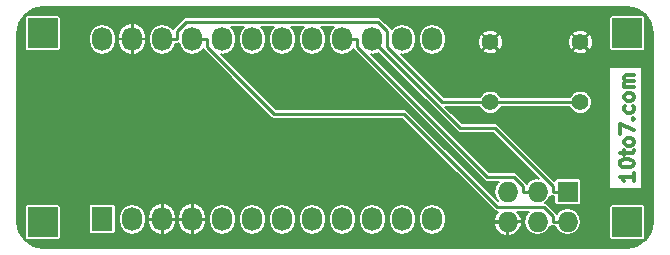
<source format=gtl>
%FSLAX34Y34*%
G04 Gerber Fmt 3.4, Leading zero omitted, Abs format*
G04 (created by PCBNEW (2014-03-19 BZR 4756)-product) date Wed 28 May 2014 22:47:49 BST*
%MOIN*%
G01*
G70*
G90*
G04 APERTURE LIST*
%ADD10C,0.005906*%
%ADD11C,0.011811*%
%ADD12C,0.055000*%
%ADD13O,0.068000X0.080000*%
%ADD14R,0.068000X0.080000*%
%ADD15R,0.068000X0.068000*%
%ADD16O,0.068000X0.068000*%
%ADD17R,0.098425X0.098425*%
%ADD18C,0.035000*%
%ADD19C,0.010000*%
%ADD20C,0.007087*%
G04 APERTURE END LIST*
G54D10*
G54D11*
X70686Y-45798D02*
X70686Y-46068D01*
X70686Y-45933D02*
X70213Y-45933D01*
X70281Y-45978D01*
X70326Y-46023D01*
X70348Y-46068D01*
X70213Y-45506D02*
X70213Y-45461D01*
X70236Y-45416D01*
X70258Y-45393D01*
X70303Y-45371D01*
X70393Y-45348D01*
X70506Y-45348D01*
X70596Y-45371D01*
X70641Y-45393D01*
X70663Y-45416D01*
X70686Y-45461D01*
X70686Y-45506D01*
X70663Y-45551D01*
X70641Y-45573D01*
X70596Y-45596D01*
X70506Y-45618D01*
X70393Y-45618D01*
X70303Y-45596D01*
X70258Y-45573D01*
X70236Y-45551D01*
X70213Y-45506D01*
X70371Y-45213D02*
X70371Y-45033D01*
X70213Y-45146D02*
X70618Y-45146D01*
X70663Y-45123D01*
X70686Y-45078D01*
X70686Y-45033D01*
X70686Y-44808D02*
X70663Y-44853D01*
X70641Y-44876D01*
X70596Y-44898D01*
X70461Y-44898D01*
X70416Y-44876D01*
X70393Y-44853D01*
X70371Y-44808D01*
X70371Y-44741D01*
X70393Y-44696D01*
X70416Y-44673D01*
X70461Y-44651D01*
X70596Y-44651D01*
X70641Y-44673D01*
X70663Y-44696D01*
X70686Y-44741D01*
X70686Y-44808D01*
X70213Y-44493D02*
X70213Y-44178D01*
X70686Y-44381D01*
X70641Y-43998D02*
X70663Y-43976D01*
X70686Y-43998D01*
X70663Y-44021D01*
X70641Y-43998D01*
X70686Y-43998D01*
X70663Y-43571D02*
X70686Y-43616D01*
X70686Y-43706D01*
X70663Y-43751D01*
X70641Y-43773D01*
X70596Y-43796D01*
X70461Y-43796D01*
X70416Y-43773D01*
X70393Y-43751D01*
X70371Y-43706D01*
X70371Y-43616D01*
X70393Y-43571D01*
X70686Y-43301D02*
X70663Y-43346D01*
X70641Y-43368D01*
X70596Y-43391D01*
X70461Y-43391D01*
X70416Y-43368D01*
X70393Y-43346D01*
X70371Y-43301D01*
X70371Y-43233D01*
X70393Y-43188D01*
X70416Y-43166D01*
X70461Y-43143D01*
X70596Y-43143D01*
X70641Y-43166D01*
X70663Y-43188D01*
X70686Y-43233D01*
X70686Y-43301D01*
X70686Y-42941D02*
X70371Y-42941D01*
X70416Y-42941D02*
X70393Y-42919D01*
X70371Y-42874D01*
X70371Y-42806D01*
X70393Y-42761D01*
X70438Y-42739D01*
X70686Y-42739D01*
X70438Y-42739D02*
X70393Y-42716D01*
X70371Y-42671D01*
X70371Y-42604D01*
X70393Y-42559D01*
X70438Y-42536D01*
X70686Y-42536D01*
G54D12*
X65901Y-43440D03*
X65901Y-41440D03*
X68901Y-43440D03*
X68901Y-41440D03*
G54D13*
X63964Y-47344D03*
X62964Y-47344D03*
X61964Y-47344D03*
X60964Y-47344D03*
X59964Y-47344D03*
X58964Y-47344D03*
X57964Y-47344D03*
X56964Y-47344D03*
X55964Y-47344D03*
X54964Y-47344D03*
X53964Y-47344D03*
G54D14*
X52964Y-47344D03*
G54D13*
X52964Y-41340D03*
X53964Y-41340D03*
X54964Y-41340D03*
X55964Y-41340D03*
X56964Y-41340D03*
X57964Y-41340D03*
X58964Y-41340D03*
X59964Y-41340D03*
X60964Y-41340D03*
X61964Y-41340D03*
X62964Y-41340D03*
X63964Y-41340D03*
G54D15*
X68480Y-46429D03*
G54D16*
X68480Y-47429D03*
X67480Y-46429D03*
X67480Y-47429D03*
X66480Y-46429D03*
X66480Y-47429D03*
G54D17*
X50984Y-41141D03*
X50984Y-47440D03*
X70472Y-41141D03*
X70472Y-47440D03*
G54D18*
X65157Y-44685D03*
X59251Y-42519D03*
G54D19*
X54964Y-41340D02*
X55455Y-41340D01*
X68901Y-43440D02*
X65901Y-43440D01*
X55455Y-41077D02*
X55455Y-41340D01*
X55755Y-40776D02*
X55455Y-41077D01*
X62163Y-40776D02*
X55755Y-40776D01*
X62464Y-41077D02*
X62163Y-40776D01*
X62464Y-41599D02*
X62464Y-41077D01*
X64306Y-43440D02*
X62464Y-41599D01*
X65901Y-43440D02*
X64306Y-43440D01*
X66480Y-47429D02*
X65990Y-47429D01*
X54964Y-47344D02*
X55964Y-47344D01*
X65520Y-47898D02*
X65990Y-47429D01*
X56764Y-47898D02*
X65520Y-47898D01*
X56455Y-47589D02*
X56764Y-47898D01*
X56455Y-47344D02*
X56455Y-47589D01*
X55964Y-47344D02*
X56455Y-47344D01*
X56455Y-41603D02*
X56455Y-41340D01*
X58684Y-43832D02*
X56455Y-41603D01*
X63028Y-43832D02*
X58684Y-43832D01*
X66135Y-46939D02*
X63028Y-43832D01*
X67683Y-46939D02*
X66135Y-46939D01*
X67990Y-47245D02*
X67683Y-46939D01*
X67990Y-47429D02*
X67990Y-47245D01*
X68480Y-47429D02*
X67990Y-47429D01*
X55964Y-41340D02*
X56455Y-41340D01*
X61455Y-41603D02*
X61455Y-41340D01*
X65790Y-45939D02*
X61455Y-41603D01*
X66683Y-45939D02*
X65790Y-45939D01*
X66990Y-46245D02*
X66683Y-45939D01*
X66990Y-46429D02*
X66990Y-46245D01*
X67480Y-46429D02*
X66990Y-46429D01*
X60964Y-41340D02*
X61455Y-41340D01*
X61964Y-41385D02*
X61964Y-41340D01*
X64888Y-44309D02*
X61964Y-41385D01*
X66053Y-44309D02*
X64888Y-44309D01*
X67990Y-46245D02*
X66053Y-44309D01*
X67990Y-46429D02*
X67990Y-46245D01*
X68480Y-46429D02*
X67990Y-46429D01*
G54D10*
G36*
X66183Y-46095D02*
X66155Y-46113D01*
X66059Y-46258D01*
X66025Y-46429D01*
X66059Y-46599D01*
X66143Y-46726D01*
X63139Y-43721D01*
X63088Y-43687D01*
X63028Y-43675D01*
X58748Y-43675D01*
X56920Y-41847D01*
X56964Y-41856D01*
X57135Y-41822D01*
X57280Y-41725D01*
X57377Y-41580D01*
X57411Y-41410D01*
X57411Y-41270D01*
X57377Y-41099D01*
X57280Y-40954D01*
X57247Y-40932D01*
X57682Y-40932D01*
X57649Y-40954D01*
X57552Y-41099D01*
X57518Y-41270D01*
X57518Y-41410D01*
X57552Y-41580D01*
X57649Y-41725D01*
X57794Y-41822D01*
X57964Y-41856D01*
X58135Y-41822D01*
X58280Y-41725D01*
X58377Y-41580D01*
X58411Y-41410D01*
X58411Y-41270D01*
X58377Y-41099D01*
X58280Y-40954D01*
X58247Y-40932D01*
X58682Y-40932D01*
X58649Y-40954D01*
X58552Y-41099D01*
X58518Y-41270D01*
X58518Y-41410D01*
X58552Y-41580D01*
X58649Y-41725D01*
X58794Y-41822D01*
X58964Y-41856D01*
X59135Y-41822D01*
X59280Y-41725D01*
X59377Y-41580D01*
X59411Y-41410D01*
X59411Y-41270D01*
X59377Y-41099D01*
X59280Y-40954D01*
X59247Y-40932D01*
X59682Y-40932D01*
X59649Y-40954D01*
X59552Y-41099D01*
X59518Y-41270D01*
X59518Y-41410D01*
X59552Y-41580D01*
X59649Y-41725D01*
X59794Y-41822D01*
X59964Y-41856D01*
X60135Y-41822D01*
X60280Y-41725D01*
X60377Y-41580D01*
X60411Y-41410D01*
X60411Y-41270D01*
X60377Y-41099D01*
X60280Y-40954D01*
X60247Y-40932D01*
X60682Y-40932D01*
X60649Y-40954D01*
X60552Y-41099D01*
X60518Y-41270D01*
X60518Y-41410D01*
X60552Y-41580D01*
X60649Y-41725D01*
X60794Y-41822D01*
X60964Y-41856D01*
X61135Y-41822D01*
X61280Y-41725D01*
X61316Y-41671D01*
X61344Y-41713D01*
X65680Y-46049D01*
X65731Y-46083D01*
X65790Y-46095D01*
X66183Y-46095D01*
X66183Y-46095D01*
G37*
G54D20*
X66183Y-46095D02*
X66155Y-46113D01*
X66059Y-46258D01*
X66025Y-46429D01*
X66059Y-46599D01*
X66143Y-46726D01*
X63139Y-43721D01*
X63088Y-43687D01*
X63028Y-43675D01*
X58748Y-43675D01*
X56920Y-41847D01*
X56964Y-41856D01*
X57135Y-41822D01*
X57280Y-41725D01*
X57377Y-41580D01*
X57411Y-41410D01*
X57411Y-41270D01*
X57377Y-41099D01*
X57280Y-40954D01*
X57247Y-40932D01*
X57682Y-40932D01*
X57649Y-40954D01*
X57552Y-41099D01*
X57518Y-41270D01*
X57518Y-41410D01*
X57552Y-41580D01*
X57649Y-41725D01*
X57794Y-41822D01*
X57964Y-41856D01*
X58135Y-41822D01*
X58280Y-41725D01*
X58377Y-41580D01*
X58411Y-41410D01*
X58411Y-41270D01*
X58377Y-41099D01*
X58280Y-40954D01*
X58247Y-40932D01*
X58682Y-40932D01*
X58649Y-40954D01*
X58552Y-41099D01*
X58518Y-41270D01*
X58518Y-41410D01*
X58552Y-41580D01*
X58649Y-41725D01*
X58794Y-41822D01*
X58964Y-41856D01*
X59135Y-41822D01*
X59280Y-41725D01*
X59377Y-41580D01*
X59411Y-41410D01*
X59411Y-41270D01*
X59377Y-41099D01*
X59280Y-40954D01*
X59247Y-40932D01*
X59682Y-40932D01*
X59649Y-40954D01*
X59552Y-41099D01*
X59518Y-41270D01*
X59518Y-41410D01*
X59552Y-41580D01*
X59649Y-41725D01*
X59794Y-41822D01*
X59964Y-41856D01*
X60135Y-41822D01*
X60280Y-41725D01*
X60377Y-41580D01*
X60411Y-41410D01*
X60411Y-41270D01*
X60377Y-41099D01*
X60280Y-40954D01*
X60247Y-40932D01*
X60682Y-40932D01*
X60649Y-40954D01*
X60552Y-41099D01*
X60518Y-41270D01*
X60518Y-41410D01*
X60552Y-41580D01*
X60649Y-41725D01*
X60794Y-41822D01*
X60964Y-41856D01*
X61135Y-41822D01*
X61280Y-41725D01*
X61316Y-41671D01*
X61344Y-41713D01*
X65680Y-46049D01*
X65731Y-46083D01*
X65790Y-46095D01*
X66183Y-46095D01*
G54D10*
G36*
X67511Y-45987D02*
X67489Y-45982D01*
X67471Y-45982D01*
X67300Y-46016D01*
X67155Y-46113D01*
X67121Y-46165D01*
X67100Y-46134D01*
X66794Y-45828D01*
X66743Y-45794D01*
X66683Y-45782D01*
X65855Y-45782D01*
X61920Y-41847D01*
X61964Y-41856D01*
X62135Y-41822D01*
X62162Y-41804D01*
X64777Y-44419D01*
X64777Y-44419D01*
X64828Y-44453D01*
X64828Y-44453D01*
X64838Y-44455D01*
X64888Y-44465D01*
X65989Y-44465D01*
X67511Y-45987D01*
X67511Y-45987D01*
G37*
G54D20*
X67511Y-45987D02*
X67489Y-45982D01*
X67471Y-45982D01*
X67300Y-46016D01*
X67155Y-46113D01*
X67121Y-46165D01*
X67100Y-46134D01*
X66794Y-45828D01*
X66743Y-45794D01*
X66683Y-45782D01*
X65855Y-45782D01*
X61920Y-41847D01*
X61964Y-41856D01*
X62135Y-41822D01*
X62162Y-41804D01*
X64777Y-44419D01*
X64777Y-44419D01*
X64828Y-44453D01*
X64828Y-44453D01*
X64838Y-44455D01*
X64888Y-44465D01*
X65989Y-44465D01*
X67511Y-45987D01*
G54D10*
G36*
X71330Y-47428D02*
X71263Y-47768D01*
X71077Y-48046D01*
X71070Y-48050D01*
X71070Y-47954D01*
X71070Y-47911D01*
X71070Y-46927D01*
X71070Y-41655D01*
X71070Y-41612D01*
X71070Y-40628D01*
X71054Y-40589D01*
X71024Y-40559D01*
X70985Y-40543D01*
X70943Y-40543D01*
X69959Y-40543D01*
X69920Y-40559D01*
X69890Y-40589D01*
X69874Y-40628D01*
X69874Y-40670D01*
X69874Y-41655D01*
X69890Y-41694D01*
X69920Y-41723D01*
X69959Y-41740D01*
X70001Y-41740D01*
X70985Y-41740D01*
X71024Y-41723D01*
X71054Y-41694D01*
X71070Y-41655D01*
X71070Y-46927D01*
X71054Y-46888D01*
X71024Y-46858D01*
X70985Y-46842D01*
X70968Y-46842D01*
X70968Y-46323D01*
X70968Y-42258D01*
X69858Y-42258D01*
X69858Y-46323D01*
X70968Y-46323D01*
X70968Y-46842D01*
X70943Y-46842D01*
X69959Y-46842D01*
X69920Y-46858D01*
X69890Y-46888D01*
X69874Y-46927D01*
X69874Y-46969D01*
X69874Y-47954D01*
X69890Y-47993D01*
X69920Y-48023D01*
X69959Y-48039D01*
X70001Y-48039D01*
X70985Y-48039D01*
X71024Y-48023D01*
X71054Y-47993D01*
X71070Y-47954D01*
X71070Y-48050D01*
X70799Y-48231D01*
X70460Y-48299D01*
X69310Y-48299D01*
X69310Y-41362D01*
X69249Y-41211D01*
X69246Y-41207D01*
X69182Y-41179D01*
X69162Y-41199D01*
X69162Y-41160D01*
X69135Y-41095D01*
X68985Y-41032D01*
X68822Y-41031D01*
X68672Y-41092D01*
X68667Y-41095D01*
X68640Y-41160D01*
X68901Y-41421D01*
X69162Y-41160D01*
X69162Y-41199D01*
X68921Y-41440D01*
X69182Y-41702D01*
X69246Y-41674D01*
X69309Y-41524D01*
X69310Y-41362D01*
X69310Y-48299D01*
X69282Y-48299D01*
X69282Y-43365D01*
X69225Y-43225D01*
X69162Y-43162D01*
X69162Y-41721D01*
X68901Y-41460D01*
X68882Y-41479D01*
X68882Y-41440D01*
X68620Y-41179D01*
X68556Y-41207D01*
X68493Y-41357D01*
X68492Y-41519D01*
X68553Y-41670D01*
X68556Y-41674D01*
X68620Y-41702D01*
X68882Y-41440D01*
X68882Y-41479D01*
X68640Y-41721D01*
X68667Y-41786D01*
X68817Y-41849D01*
X68980Y-41850D01*
X69131Y-41788D01*
X69135Y-41786D01*
X69162Y-41721D01*
X69162Y-43162D01*
X69117Y-43117D01*
X68977Y-43059D01*
X68826Y-43059D01*
X68685Y-43117D01*
X68578Y-43224D01*
X68553Y-43284D01*
X66310Y-43284D01*
X66310Y-41362D01*
X66249Y-41211D01*
X66246Y-41207D01*
X66182Y-41179D01*
X66162Y-41199D01*
X66162Y-41160D01*
X66135Y-41095D01*
X65985Y-41032D01*
X65822Y-41031D01*
X65672Y-41092D01*
X65667Y-41095D01*
X65640Y-41160D01*
X65901Y-41421D01*
X66162Y-41160D01*
X66162Y-41199D01*
X65921Y-41440D01*
X66182Y-41702D01*
X66246Y-41674D01*
X66309Y-41524D01*
X66310Y-41362D01*
X66310Y-43284D01*
X66249Y-43284D01*
X66225Y-43225D01*
X66162Y-43162D01*
X66162Y-41721D01*
X65901Y-41460D01*
X65882Y-41479D01*
X65882Y-41440D01*
X65620Y-41179D01*
X65556Y-41207D01*
X65493Y-41357D01*
X65492Y-41519D01*
X65553Y-41670D01*
X65556Y-41674D01*
X65620Y-41702D01*
X65882Y-41440D01*
X65882Y-41479D01*
X65640Y-41721D01*
X65667Y-41786D01*
X65817Y-41849D01*
X65980Y-41850D01*
X66131Y-41788D01*
X66135Y-41786D01*
X66162Y-41721D01*
X66162Y-43162D01*
X66117Y-43117D01*
X65977Y-43059D01*
X65826Y-43059D01*
X65685Y-43117D01*
X65578Y-43224D01*
X65553Y-43284D01*
X64411Y-43284D01*
X64411Y-41410D01*
X64411Y-41270D01*
X64377Y-41099D01*
X64280Y-40954D01*
X64135Y-40857D01*
X63964Y-40823D01*
X63794Y-40857D01*
X63649Y-40954D01*
X63552Y-41099D01*
X63518Y-41270D01*
X63518Y-41410D01*
X63552Y-41580D01*
X63649Y-41725D01*
X63794Y-41822D01*
X63964Y-41856D01*
X64135Y-41822D01*
X64280Y-41725D01*
X64377Y-41580D01*
X64411Y-41410D01*
X64411Y-43284D01*
X64371Y-43284D01*
X62937Y-41851D01*
X62964Y-41856D01*
X63135Y-41822D01*
X63280Y-41725D01*
X63377Y-41580D01*
X63411Y-41410D01*
X63411Y-41270D01*
X63377Y-41099D01*
X63280Y-40954D01*
X63135Y-40857D01*
X62964Y-40823D01*
X62794Y-40857D01*
X62649Y-40954D01*
X62608Y-41016D01*
X62575Y-40967D01*
X62274Y-40665D01*
X62223Y-40631D01*
X62163Y-40619D01*
X55755Y-40619D01*
X55696Y-40631D01*
X55645Y-40665D01*
X55344Y-40966D01*
X55316Y-41008D01*
X55280Y-40954D01*
X55135Y-40857D01*
X54964Y-40823D01*
X54794Y-40857D01*
X54649Y-40954D01*
X54552Y-41099D01*
X54518Y-41270D01*
X54518Y-41410D01*
X54552Y-41580D01*
X54649Y-41725D01*
X54794Y-41822D01*
X54964Y-41856D01*
X55135Y-41822D01*
X55280Y-41725D01*
X55377Y-41580D01*
X55394Y-41496D01*
X55455Y-41496D01*
X55514Y-41484D01*
X55531Y-41473D01*
X55552Y-41580D01*
X55649Y-41725D01*
X55794Y-41822D01*
X55964Y-41856D01*
X56135Y-41822D01*
X56280Y-41725D01*
X56316Y-41671D01*
X56344Y-41713D01*
X58573Y-43942D01*
X58573Y-43942D01*
X58624Y-43976D01*
X58624Y-43976D01*
X58634Y-43978D01*
X58684Y-43988D01*
X62963Y-43988D01*
X66024Y-47049D01*
X66075Y-47083D01*
X66135Y-47095D01*
X66156Y-47095D01*
X66089Y-47161D01*
X66016Y-47331D01*
X66014Y-47341D01*
X66040Y-47415D01*
X66466Y-47415D01*
X66466Y-47407D01*
X66494Y-47407D01*
X66494Y-47415D01*
X66920Y-47415D01*
X66945Y-47341D01*
X66944Y-47331D01*
X66871Y-47161D01*
X66803Y-47095D01*
X67183Y-47095D01*
X67155Y-47113D01*
X67059Y-47258D01*
X67025Y-47429D01*
X67059Y-47599D01*
X67155Y-47744D01*
X67300Y-47841D01*
X67471Y-47875D01*
X67489Y-47875D01*
X67659Y-47841D01*
X67804Y-47744D01*
X67901Y-47599D01*
X67909Y-47559D01*
X67930Y-47573D01*
X67990Y-47585D01*
X68056Y-47585D01*
X68059Y-47599D01*
X68155Y-47744D01*
X68300Y-47841D01*
X68471Y-47875D01*
X68489Y-47875D01*
X68659Y-47841D01*
X68804Y-47744D01*
X68901Y-47599D01*
X68935Y-47429D01*
X68901Y-47258D01*
X68804Y-47113D01*
X68659Y-47016D01*
X68489Y-46982D01*
X68471Y-46982D01*
X68300Y-47016D01*
X68155Y-47113D01*
X68121Y-47165D01*
X68100Y-47134D01*
X67794Y-46828D01*
X67743Y-46794D01*
X67733Y-46792D01*
X67804Y-46744D01*
X67901Y-46599D01*
X67909Y-46559D01*
X67930Y-46573D01*
X67990Y-46585D01*
X68034Y-46585D01*
X68034Y-46790D01*
X68050Y-46829D01*
X68080Y-46859D01*
X68119Y-46875D01*
X68161Y-46875D01*
X68841Y-46875D01*
X68880Y-46859D01*
X68910Y-46829D01*
X68926Y-46790D01*
X68926Y-46747D01*
X68926Y-46067D01*
X68910Y-46028D01*
X68880Y-45999D01*
X68841Y-45982D01*
X68799Y-45982D01*
X68119Y-45982D01*
X68080Y-45999D01*
X68050Y-46028D01*
X68034Y-46067D01*
X68034Y-46068D01*
X66164Y-44198D01*
X66113Y-44164D01*
X66053Y-44152D01*
X64952Y-44152D01*
X64397Y-43597D01*
X65553Y-43597D01*
X65578Y-43656D01*
X65685Y-43764D01*
X65825Y-43822D01*
X65977Y-43822D01*
X66117Y-43764D01*
X66224Y-43657D01*
X66249Y-43597D01*
X68553Y-43597D01*
X68578Y-43656D01*
X68685Y-43764D01*
X68825Y-43822D01*
X68977Y-43822D01*
X69117Y-43764D01*
X69224Y-43657D01*
X69282Y-43517D01*
X69282Y-43365D01*
X69282Y-48299D01*
X66945Y-48299D01*
X66945Y-47516D01*
X66920Y-47442D01*
X66494Y-47442D01*
X66494Y-47869D01*
X66568Y-47894D01*
X66739Y-47825D01*
X66871Y-47696D01*
X66944Y-47526D01*
X66945Y-47516D01*
X66945Y-48299D01*
X66466Y-48299D01*
X66466Y-47869D01*
X66466Y-47442D01*
X66040Y-47442D01*
X66014Y-47516D01*
X66016Y-47526D01*
X66089Y-47696D01*
X66221Y-47825D01*
X66392Y-47894D01*
X66466Y-47869D01*
X66466Y-48299D01*
X64411Y-48299D01*
X64411Y-47414D01*
X64411Y-47274D01*
X64377Y-47103D01*
X64280Y-46958D01*
X64135Y-46861D01*
X63964Y-46827D01*
X63794Y-46861D01*
X63649Y-46958D01*
X63552Y-47103D01*
X63518Y-47274D01*
X63518Y-47414D01*
X63552Y-47584D01*
X63649Y-47729D01*
X63794Y-47826D01*
X63964Y-47860D01*
X64135Y-47826D01*
X64280Y-47729D01*
X64377Y-47584D01*
X64411Y-47414D01*
X64411Y-48299D01*
X63411Y-48299D01*
X63411Y-47414D01*
X63411Y-47274D01*
X63377Y-47103D01*
X63280Y-46958D01*
X63135Y-46861D01*
X62964Y-46827D01*
X62794Y-46861D01*
X62649Y-46958D01*
X62552Y-47103D01*
X62518Y-47274D01*
X62518Y-47414D01*
X62552Y-47584D01*
X62649Y-47729D01*
X62794Y-47826D01*
X62964Y-47860D01*
X63135Y-47826D01*
X63280Y-47729D01*
X63377Y-47584D01*
X63411Y-47414D01*
X63411Y-48299D01*
X62411Y-48299D01*
X62411Y-47414D01*
X62411Y-47274D01*
X62377Y-47103D01*
X62280Y-46958D01*
X62135Y-46861D01*
X61964Y-46827D01*
X61794Y-46861D01*
X61649Y-46958D01*
X61552Y-47103D01*
X61518Y-47274D01*
X61518Y-47414D01*
X61552Y-47584D01*
X61649Y-47729D01*
X61794Y-47826D01*
X61964Y-47860D01*
X62135Y-47826D01*
X62280Y-47729D01*
X62377Y-47584D01*
X62411Y-47414D01*
X62411Y-48299D01*
X61411Y-48299D01*
X61411Y-47414D01*
X61411Y-47274D01*
X61377Y-47103D01*
X61280Y-46958D01*
X61135Y-46861D01*
X60964Y-46827D01*
X60794Y-46861D01*
X60649Y-46958D01*
X60552Y-47103D01*
X60518Y-47274D01*
X60518Y-47414D01*
X60552Y-47584D01*
X60649Y-47729D01*
X60794Y-47826D01*
X60964Y-47860D01*
X61135Y-47826D01*
X61280Y-47729D01*
X61377Y-47584D01*
X61411Y-47414D01*
X61411Y-48299D01*
X60411Y-48299D01*
X60411Y-47414D01*
X60411Y-47274D01*
X60377Y-47103D01*
X60280Y-46958D01*
X60135Y-46861D01*
X59964Y-46827D01*
X59794Y-46861D01*
X59649Y-46958D01*
X59552Y-47103D01*
X59518Y-47274D01*
X59518Y-47414D01*
X59552Y-47584D01*
X59649Y-47729D01*
X59794Y-47826D01*
X59964Y-47860D01*
X60135Y-47826D01*
X60280Y-47729D01*
X60377Y-47584D01*
X60411Y-47414D01*
X60411Y-48299D01*
X59411Y-48299D01*
X59411Y-47414D01*
X59411Y-47274D01*
X59377Y-47103D01*
X59280Y-46958D01*
X59135Y-46861D01*
X58964Y-46827D01*
X58794Y-46861D01*
X58649Y-46958D01*
X58552Y-47103D01*
X58518Y-47274D01*
X58518Y-47414D01*
X58552Y-47584D01*
X58649Y-47729D01*
X58794Y-47826D01*
X58964Y-47860D01*
X59135Y-47826D01*
X59280Y-47729D01*
X59377Y-47584D01*
X59411Y-47414D01*
X59411Y-48299D01*
X58411Y-48299D01*
X58411Y-47414D01*
X58411Y-47274D01*
X58377Y-47103D01*
X58280Y-46958D01*
X58135Y-46861D01*
X57964Y-46827D01*
X57794Y-46861D01*
X57649Y-46958D01*
X57552Y-47103D01*
X57518Y-47274D01*
X57518Y-47414D01*
X57552Y-47584D01*
X57649Y-47729D01*
X57794Y-47826D01*
X57964Y-47860D01*
X58135Y-47826D01*
X58280Y-47729D01*
X58377Y-47584D01*
X58411Y-47414D01*
X58411Y-48299D01*
X57411Y-48299D01*
X57411Y-47414D01*
X57411Y-47274D01*
X57377Y-47103D01*
X57280Y-46958D01*
X57135Y-46861D01*
X56964Y-46827D01*
X56794Y-46861D01*
X56649Y-46958D01*
X56552Y-47103D01*
X56518Y-47274D01*
X56518Y-47414D01*
X56552Y-47584D01*
X56649Y-47729D01*
X56794Y-47826D01*
X56964Y-47860D01*
X57135Y-47826D01*
X57280Y-47729D01*
X57377Y-47584D01*
X57411Y-47414D01*
X57411Y-48299D01*
X56438Y-48299D01*
X56438Y-47417D01*
X56438Y-47357D01*
X56438Y-47330D01*
X56438Y-47270D01*
X56397Y-47090D01*
X56290Y-46939D01*
X56133Y-46841D01*
X56052Y-46818D01*
X55978Y-46843D01*
X55978Y-47330D01*
X56438Y-47330D01*
X56438Y-47357D01*
X55978Y-47357D01*
X55978Y-47844D01*
X56052Y-47869D01*
X56133Y-47847D01*
X56290Y-47748D01*
X56397Y-47598D01*
X56438Y-47417D01*
X56438Y-48299D01*
X55951Y-48299D01*
X55951Y-47844D01*
X55951Y-47357D01*
X55951Y-47330D01*
X55951Y-46843D01*
X55877Y-46818D01*
X55796Y-46841D01*
X55639Y-46939D01*
X55532Y-47090D01*
X55491Y-47270D01*
X55491Y-47330D01*
X55951Y-47330D01*
X55951Y-47357D01*
X55491Y-47357D01*
X55491Y-47417D01*
X55532Y-47598D01*
X55639Y-47748D01*
X55796Y-47847D01*
X55877Y-47869D01*
X55951Y-47844D01*
X55951Y-48299D01*
X55438Y-48299D01*
X55438Y-47417D01*
X55438Y-47357D01*
X55438Y-47330D01*
X55438Y-47270D01*
X55397Y-47090D01*
X55290Y-46939D01*
X55133Y-46841D01*
X55052Y-46818D01*
X54978Y-46843D01*
X54978Y-47330D01*
X55438Y-47330D01*
X55438Y-47357D01*
X54978Y-47357D01*
X54978Y-47844D01*
X55052Y-47869D01*
X55133Y-47847D01*
X55290Y-47748D01*
X55397Y-47598D01*
X55438Y-47417D01*
X55438Y-48299D01*
X54951Y-48299D01*
X54951Y-47844D01*
X54951Y-47357D01*
X54951Y-47330D01*
X54951Y-46843D01*
X54877Y-46818D01*
X54796Y-46841D01*
X54639Y-46939D01*
X54532Y-47090D01*
X54491Y-47270D01*
X54491Y-47330D01*
X54951Y-47330D01*
X54951Y-47357D01*
X54491Y-47357D01*
X54491Y-47417D01*
X54532Y-47598D01*
X54639Y-47748D01*
X54796Y-47847D01*
X54877Y-47869D01*
X54951Y-47844D01*
X54951Y-48299D01*
X54438Y-48299D01*
X54438Y-41413D01*
X54438Y-41353D01*
X54438Y-41326D01*
X54438Y-41266D01*
X54397Y-41086D01*
X54290Y-40935D01*
X54133Y-40837D01*
X54052Y-40814D01*
X53978Y-40839D01*
X53978Y-41326D01*
X54438Y-41326D01*
X54438Y-41353D01*
X53978Y-41353D01*
X53978Y-41840D01*
X54052Y-41865D01*
X54133Y-41843D01*
X54290Y-41744D01*
X54397Y-41594D01*
X54438Y-41413D01*
X54438Y-48299D01*
X54411Y-48299D01*
X54411Y-47414D01*
X54411Y-47274D01*
X54377Y-47103D01*
X54280Y-46958D01*
X54135Y-46861D01*
X53964Y-46827D01*
X53951Y-46830D01*
X53951Y-41840D01*
X53951Y-41353D01*
X53951Y-41326D01*
X53951Y-40839D01*
X53877Y-40814D01*
X53796Y-40837D01*
X53639Y-40935D01*
X53532Y-41086D01*
X53491Y-41266D01*
X53491Y-41326D01*
X53951Y-41326D01*
X53951Y-41353D01*
X53491Y-41353D01*
X53491Y-41413D01*
X53532Y-41594D01*
X53639Y-41744D01*
X53796Y-41843D01*
X53877Y-41865D01*
X53951Y-41840D01*
X53951Y-46830D01*
X53794Y-46861D01*
X53649Y-46958D01*
X53552Y-47103D01*
X53518Y-47274D01*
X53518Y-47414D01*
X53552Y-47584D01*
X53649Y-47729D01*
X53794Y-47826D01*
X53964Y-47860D01*
X54135Y-47826D01*
X54280Y-47729D01*
X54377Y-47584D01*
X54411Y-47414D01*
X54411Y-48299D01*
X53411Y-48299D01*
X53411Y-47765D01*
X53411Y-47722D01*
X53411Y-46922D01*
X53411Y-41410D01*
X53411Y-41270D01*
X53377Y-41099D01*
X53280Y-40954D01*
X53135Y-40857D01*
X52964Y-40823D01*
X52794Y-40857D01*
X52649Y-40954D01*
X52552Y-41099D01*
X52518Y-41270D01*
X52518Y-41410D01*
X52552Y-41580D01*
X52649Y-41725D01*
X52794Y-41822D01*
X52964Y-41856D01*
X53135Y-41822D01*
X53280Y-41725D01*
X53377Y-41580D01*
X53411Y-41410D01*
X53411Y-46922D01*
X53395Y-46883D01*
X53365Y-46853D01*
X53326Y-46837D01*
X53283Y-46837D01*
X52603Y-46837D01*
X52564Y-46853D01*
X52534Y-46883D01*
X52518Y-46922D01*
X52518Y-46965D01*
X52518Y-47765D01*
X52534Y-47804D01*
X52564Y-47834D01*
X52603Y-47850D01*
X52646Y-47850D01*
X53326Y-47850D01*
X53365Y-47834D01*
X53395Y-47804D01*
X53411Y-47765D01*
X53411Y-48299D01*
X51582Y-48299D01*
X51582Y-47954D01*
X51582Y-47911D01*
X51582Y-46927D01*
X51582Y-41655D01*
X51582Y-41612D01*
X51582Y-40628D01*
X51566Y-40589D01*
X51536Y-40559D01*
X51497Y-40543D01*
X51455Y-40543D01*
X50470Y-40543D01*
X50431Y-40559D01*
X50402Y-40589D01*
X50385Y-40628D01*
X50385Y-40670D01*
X50385Y-41655D01*
X50402Y-41694D01*
X50431Y-41723D01*
X50470Y-41740D01*
X50513Y-41740D01*
X51497Y-41740D01*
X51536Y-41723D01*
X51566Y-41694D01*
X51582Y-41655D01*
X51582Y-46927D01*
X51566Y-46888D01*
X51536Y-46858D01*
X51497Y-46842D01*
X51455Y-46842D01*
X50470Y-46842D01*
X50431Y-46858D01*
X50402Y-46888D01*
X50385Y-46927D01*
X50385Y-46969D01*
X50385Y-47954D01*
X50402Y-47993D01*
X50431Y-48023D01*
X50470Y-48039D01*
X50513Y-48039D01*
X51497Y-48039D01*
X51536Y-48023D01*
X51566Y-47993D01*
X51582Y-47954D01*
X51582Y-48299D01*
X50996Y-48299D01*
X50656Y-48231D01*
X50379Y-48046D01*
X50193Y-47768D01*
X50125Y-47428D01*
X50125Y-41535D01*
X50125Y-41154D01*
X50193Y-40814D01*
X50379Y-40536D01*
X50656Y-40351D01*
X50996Y-40283D01*
X70460Y-40283D01*
X70799Y-40351D01*
X71077Y-40536D01*
X71263Y-40814D01*
X71330Y-41154D01*
X71330Y-41535D01*
X71330Y-47428D01*
X71330Y-47428D01*
G37*
G54D20*
X71330Y-47428D02*
X71263Y-47768D01*
X71077Y-48046D01*
X71070Y-48050D01*
X71070Y-47954D01*
X71070Y-47911D01*
X71070Y-46927D01*
X71070Y-41655D01*
X71070Y-41612D01*
X71070Y-40628D01*
X71054Y-40589D01*
X71024Y-40559D01*
X70985Y-40543D01*
X70943Y-40543D01*
X69959Y-40543D01*
X69920Y-40559D01*
X69890Y-40589D01*
X69874Y-40628D01*
X69874Y-40670D01*
X69874Y-41655D01*
X69890Y-41694D01*
X69920Y-41723D01*
X69959Y-41740D01*
X70001Y-41740D01*
X70985Y-41740D01*
X71024Y-41723D01*
X71054Y-41694D01*
X71070Y-41655D01*
X71070Y-46927D01*
X71054Y-46888D01*
X71024Y-46858D01*
X70985Y-46842D01*
X70968Y-46842D01*
X70968Y-46323D01*
X70968Y-42258D01*
X69858Y-42258D01*
X69858Y-46323D01*
X70968Y-46323D01*
X70968Y-46842D01*
X70943Y-46842D01*
X69959Y-46842D01*
X69920Y-46858D01*
X69890Y-46888D01*
X69874Y-46927D01*
X69874Y-46969D01*
X69874Y-47954D01*
X69890Y-47993D01*
X69920Y-48023D01*
X69959Y-48039D01*
X70001Y-48039D01*
X70985Y-48039D01*
X71024Y-48023D01*
X71054Y-47993D01*
X71070Y-47954D01*
X71070Y-48050D01*
X70799Y-48231D01*
X70460Y-48299D01*
X69310Y-48299D01*
X69310Y-41362D01*
X69249Y-41211D01*
X69246Y-41207D01*
X69182Y-41179D01*
X69162Y-41199D01*
X69162Y-41160D01*
X69135Y-41095D01*
X68985Y-41032D01*
X68822Y-41031D01*
X68672Y-41092D01*
X68667Y-41095D01*
X68640Y-41160D01*
X68901Y-41421D01*
X69162Y-41160D01*
X69162Y-41199D01*
X68921Y-41440D01*
X69182Y-41702D01*
X69246Y-41674D01*
X69309Y-41524D01*
X69310Y-41362D01*
X69310Y-48299D01*
X69282Y-48299D01*
X69282Y-43365D01*
X69225Y-43225D01*
X69162Y-43162D01*
X69162Y-41721D01*
X68901Y-41460D01*
X68882Y-41479D01*
X68882Y-41440D01*
X68620Y-41179D01*
X68556Y-41207D01*
X68493Y-41357D01*
X68492Y-41519D01*
X68553Y-41670D01*
X68556Y-41674D01*
X68620Y-41702D01*
X68882Y-41440D01*
X68882Y-41479D01*
X68640Y-41721D01*
X68667Y-41786D01*
X68817Y-41849D01*
X68980Y-41850D01*
X69131Y-41788D01*
X69135Y-41786D01*
X69162Y-41721D01*
X69162Y-43162D01*
X69117Y-43117D01*
X68977Y-43059D01*
X68826Y-43059D01*
X68685Y-43117D01*
X68578Y-43224D01*
X68553Y-43284D01*
X66310Y-43284D01*
X66310Y-41362D01*
X66249Y-41211D01*
X66246Y-41207D01*
X66182Y-41179D01*
X66162Y-41199D01*
X66162Y-41160D01*
X66135Y-41095D01*
X65985Y-41032D01*
X65822Y-41031D01*
X65672Y-41092D01*
X65667Y-41095D01*
X65640Y-41160D01*
X65901Y-41421D01*
X66162Y-41160D01*
X66162Y-41199D01*
X65921Y-41440D01*
X66182Y-41702D01*
X66246Y-41674D01*
X66309Y-41524D01*
X66310Y-41362D01*
X66310Y-43284D01*
X66249Y-43284D01*
X66225Y-43225D01*
X66162Y-43162D01*
X66162Y-41721D01*
X65901Y-41460D01*
X65882Y-41479D01*
X65882Y-41440D01*
X65620Y-41179D01*
X65556Y-41207D01*
X65493Y-41357D01*
X65492Y-41519D01*
X65553Y-41670D01*
X65556Y-41674D01*
X65620Y-41702D01*
X65882Y-41440D01*
X65882Y-41479D01*
X65640Y-41721D01*
X65667Y-41786D01*
X65817Y-41849D01*
X65980Y-41850D01*
X66131Y-41788D01*
X66135Y-41786D01*
X66162Y-41721D01*
X66162Y-43162D01*
X66117Y-43117D01*
X65977Y-43059D01*
X65826Y-43059D01*
X65685Y-43117D01*
X65578Y-43224D01*
X65553Y-43284D01*
X64411Y-43284D01*
X64411Y-41410D01*
X64411Y-41270D01*
X64377Y-41099D01*
X64280Y-40954D01*
X64135Y-40857D01*
X63964Y-40823D01*
X63794Y-40857D01*
X63649Y-40954D01*
X63552Y-41099D01*
X63518Y-41270D01*
X63518Y-41410D01*
X63552Y-41580D01*
X63649Y-41725D01*
X63794Y-41822D01*
X63964Y-41856D01*
X64135Y-41822D01*
X64280Y-41725D01*
X64377Y-41580D01*
X64411Y-41410D01*
X64411Y-43284D01*
X64371Y-43284D01*
X62937Y-41851D01*
X62964Y-41856D01*
X63135Y-41822D01*
X63280Y-41725D01*
X63377Y-41580D01*
X63411Y-41410D01*
X63411Y-41270D01*
X63377Y-41099D01*
X63280Y-40954D01*
X63135Y-40857D01*
X62964Y-40823D01*
X62794Y-40857D01*
X62649Y-40954D01*
X62608Y-41016D01*
X62575Y-40967D01*
X62274Y-40665D01*
X62223Y-40631D01*
X62163Y-40619D01*
X55755Y-40619D01*
X55696Y-40631D01*
X55645Y-40665D01*
X55344Y-40966D01*
X55316Y-41008D01*
X55280Y-40954D01*
X55135Y-40857D01*
X54964Y-40823D01*
X54794Y-40857D01*
X54649Y-40954D01*
X54552Y-41099D01*
X54518Y-41270D01*
X54518Y-41410D01*
X54552Y-41580D01*
X54649Y-41725D01*
X54794Y-41822D01*
X54964Y-41856D01*
X55135Y-41822D01*
X55280Y-41725D01*
X55377Y-41580D01*
X55394Y-41496D01*
X55455Y-41496D01*
X55514Y-41484D01*
X55531Y-41473D01*
X55552Y-41580D01*
X55649Y-41725D01*
X55794Y-41822D01*
X55964Y-41856D01*
X56135Y-41822D01*
X56280Y-41725D01*
X56316Y-41671D01*
X56344Y-41713D01*
X58573Y-43942D01*
X58573Y-43942D01*
X58624Y-43976D01*
X58624Y-43976D01*
X58634Y-43978D01*
X58684Y-43988D01*
X62963Y-43988D01*
X66024Y-47049D01*
X66075Y-47083D01*
X66135Y-47095D01*
X66156Y-47095D01*
X66089Y-47161D01*
X66016Y-47331D01*
X66014Y-47341D01*
X66040Y-47415D01*
X66466Y-47415D01*
X66466Y-47407D01*
X66494Y-47407D01*
X66494Y-47415D01*
X66920Y-47415D01*
X66945Y-47341D01*
X66944Y-47331D01*
X66871Y-47161D01*
X66803Y-47095D01*
X67183Y-47095D01*
X67155Y-47113D01*
X67059Y-47258D01*
X67025Y-47429D01*
X67059Y-47599D01*
X67155Y-47744D01*
X67300Y-47841D01*
X67471Y-47875D01*
X67489Y-47875D01*
X67659Y-47841D01*
X67804Y-47744D01*
X67901Y-47599D01*
X67909Y-47559D01*
X67930Y-47573D01*
X67990Y-47585D01*
X68056Y-47585D01*
X68059Y-47599D01*
X68155Y-47744D01*
X68300Y-47841D01*
X68471Y-47875D01*
X68489Y-47875D01*
X68659Y-47841D01*
X68804Y-47744D01*
X68901Y-47599D01*
X68935Y-47429D01*
X68901Y-47258D01*
X68804Y-47113D01*
X68659Y-47016D01*
X68489Y-46982D01*
X68471Y-46982D01*
X68300Y-47016D01*
X68155Y-47113D01*
X68121Y-47165D01*
X68100Y-47134D01*
X67794Y-46828D01*
X67743Y-46794D01*
X67733Y-46792D01*
X67804Y-46744D01*
X67901Y-46599D01*
X67909Y-46559D01*
X67930Y-46573D01*
X67990Y-46585D01*
X68034Y-46585D01*
X68034Y-46790D01*
X68050Y-46829D01*
X68080Y-46859D01*
X68119Y-46875D01*
X68161Y-46875D01*
X68841Y-46875D01*
X68880Y-46859D01*
X68910Y-46829D01*
X68926Y-46790D01*
X68926Y-46747D01*
X68926Y-46067D01*
X68910Y-46028D01*
X68880Y-45999D01*
X68841Y-45982D01*
X68799Y-45982D01*
X68119Y-45982D01*
X68080Y-45999D01*
X68050Y-46028D01*
X68034Y-46067D01*
X68034Y-46068D01*
X66164Y-44198D01*
X66113Y-44164D01*
X66053Y-44152D01*
X64952Y-44152D01*
X64397Y-43597D01*
X65553Y-43597D01*
X65578Y-43656D01*
X65685Y-43764D01*
X65825Y-43822D01*
X65977Y-43822D01*
X66117Y-43764D01*
X66224Y-43657D01*
X66249Y-43597D01*
X68553Y-43597D01*
X68578Y-43656D01*
X68685Y-43764D01*
X68825Y-43822D01*
X68977Y-43822D01*
X69117Y-43764D01*
X69224Y-43657D01*
X69282Y-43517D01*
X69282Y-43365D01*
X69282Y-48299D01*
X66945Y-48299D01*
X66945Y-47516D01*
X66920Y-47442D01*
X66494Y-47442D01*
X66494Y-47869D01*
X66568Y-47894D01*
X66739Y-47825D01*
X66871Y-47696D01*
X66944Y-47526D01*
X66945Y-47516D01*
X66945Y-48299D01*
X66466Y-48299D01*
X66466Y-47869D01*
X66466Y-47442D01*
X66040Y-47442D01*
X66014Y-47516D01*
X66016Y-47526D01*
X66089Y-47696D01*
X66221Y-47825D01*
X66392Y-47894D01*
X66466Y-47869D01*
X66466Y-48299D01*
X64411Y-48299D01*
X64411Y-47414D01*
X64411Y-47274D01*
X64377Y-47103D01*
X64280Y-46958D01*
X64135Y-46861D01*
X63964Y-46827D01*
X63794Y-46861D01*
X63649Y-46958D01*
X63552Y-47103D01*
X63518Y-47274D01*
X63518Y-47414D01*
X63552Y-47584D01*
X63649Y-47729D01*
X63794Y-47826D01*
X63964Y-47860D01*
X64135Y-47826D01*
X64280Y-47729D01*
X64377Y-47584D01*
X64411Y-47414D01*
X64411Y-48299D01*
X63411Y-48299D01*
X63411Y-47414D01*
X63411Y-47274D01*
X63377Y-47103D01*
X63280Y-46958D01*
X63135Y-46861D01*
X62964Y-46827D01*
X62794Y-46861D01*
X62649Y-46958D01*
X62552Y-47103D01*
X62518Y-47274D01*
X62518Y-47414D01*
X62552Y-47584D01*
X62649Y-47729D01*
X62794Y-47826D01*
X62964Y-47860D01*
X63135Y-47826D01*
X63280Y-47729D01*
X63377Y-47584D01*
X63411Y-47414D01*
X63411Y-48299D01*
X62411Y-48299D01*
X62411Y-47414D01*
X62411Y-47274D01*
X62377Y-47103D01*
X62280Y-46958D01*
X62135Y-46861D01*
X61964Y-46827D01*
X61794Y-46861D01*
X61649Y-46958D01*
X61552Y-47103D01*
X61518Y-47274D01*
X61518Y-47414D01*
X61552Y-47584D01*
X61649Y-47729D01*
X61794Y-47826D01*
X61964Y-47860D01*
X62135Y-47826D01*
X62280Y-47729D01*
X62377Y-47584D01*
X62411Y-47414D01*
X62411Y-48299D01*
X61411Y-48299D01*
X61411Y-47414D01*
X61411Y-47274D01*
X61377Y-47103D01*
X61280Y-46958D01*
X61135Y-46861D01*
X60964Y-46827D01*
X60794Y-46861D01*
X60649Y-46958D01*
X60552Y-47103D01*
X60518Y-47274D01*
X60518Y-47414D01*
X60552Y-47584D01*
X60649Y-47729D01*
X60794Y-47826D01*
X60964Y-47860D01*
X61135Y-47826D01*
X61280Y-47729D01*
X61377Y-47584D01*
X61411Y-47414D01*
X61411Y-48299D01*
X60411Y-48299D01*
X60411Y-47414D01*
X60411Y-47274D01*
X60377Y-47103D01*
X60280Y-46958D01*
X60135Y-46861D01*
X59964Y-46827D01*
X59794Y-46861D01*
X59649Y-46958D01*
X59552Y-47103D01*
X59518Y-47274D01*
X59518Y-47414D01*
X59552Y-47584D01*
X59649Y-47729D01*
X59794Y-47826D01*
X59964Y-47860D01*
X60135Y-47826D01*
X60280Y-47729D01*
X60377Y-47584D01*
X60411Y-47414D01*
X60411Y-48299D01*
X59411Y-48299D01*
X59411Y-47414D01*
X59411Y-47274D01*
X59377Y-47103D01*
X59280Y-46958D01*
X59135Y-46861D01*
X58964Y-46827D01*
X58794Y-46861D01*
X58649Y-46958D01*
X58552Y-47103D01*
X58518Y-47274D01*
X58518Y-47414D01*
X58552Y-47584D01*
X58649Y-47729D01*
X58794Y-47826D01*
X58964Y-47860D01*
X59135Y-47826D01*
X59280Y-47729D01*
X59377Y-47584D01*
X59411Y-47414D01*
X59411Y-48299D01*
X58411Y-48299D01*
X58411Y-47414D01*
X58411Y-47274D01*
X58377Y-47103D01*
X58280Y-46958D01*
X58135Y-46861D01*
X57964Y-46827D01*
X57794Y-46861D01*
X57649Y-46958D01*
X57552Y-47103D01*
X57518Y-47274D01*
X57518Y-47414D01*
X57552Y-47584D01*
X57649Y-47729D01*
X57794Y-47826D01*
X57964Y-47860D01*
X58135Y-47826D01*
X58280Y-47729D01*
X58377Y-47584D01*
X58411Y-47414D01*
X58411Y-48299D01*
X57411Y-48299D01*
X57411Y-47414D01*
X57411Y-47274D01*
X57377Y-47103D01*
X57280Y-46958D01*
X57135Y-46861D01*
X56964Y-46827D01*
X56794Y-46861D01*
X56649Y-46958D01*
X56552Y-47103D01*
X56518Y-47274D01*
X56518Y-47414D01*
X56552Y-47584D01*
X56649Y-47729D01*
X56794Y-47826D01*
X56964Y-47860D01*
X57135Y-47826D01*
X57280Y-47729D01*
X57377Y-47584D01*
X57411Y-47414D01*
X57411Y-48299D01*
X56438Y-48299D01*
X56438Y-47417D01*
X56438Y-47357D01*
X56438Y-47330D01*
X56438Y-47270D01*
X56397Y-47090D01*
X56290Y-46939D01*
X56133Y-46841D01*
X56052Y-46818D01*
X55978Y-46843D01*
X55978Y-47330D01*
X56438Y-47330D01*
X56438Y-47357D01*
X55978Y-47357D01*
X55978Y-47844D01*
X56052Y-47869D01*
X56133Y-47847D01*
X56290Y-47748D01*
X56397Y-47598D01*
X56438Y-47417D01*
X56438Y-48299D01*
X55951Y-48299D01*
X55951Y-47844D01*
X55951Y-47357D01*
X55951Y-47330D01*
X55951Y-46843D01*
X55877Y-46818D01*
X55796Y-46841D01*
X55639Y-46939D01*
X55532Y-47090D01*
X55491Y-47270D01*
X55491Y-47330D01*
X55951Y-47330D01*
X55951Y-47357D01*
X55491Y-47357D01*
X55491Y-47417D01*
X55532Y-47598D01*
X55639Y-47748D01*
X55796Y-47847D01*
X55877Y-47869D01*
X55951Y-47844D01*
X55951Y-48299D01*
X55438Y-48299D01*
X55438Y-47417D01*
X55438Y-47357D01*
X55438Y-47330D01*
X55438Y-47270D01*
X55397Y-47090D01*
X55290Y-46939D01*
X55133Y-46841D01*
X55052Y-46818D01*
X54978Y-46843D01*
X54978Y-47330D01*
X55438Y-47330D01*
X55438Y-47357D01*
X54978Y-47357D01*
X54978Y-47844D01*
X55052Y-47869D01*
X55133Y-47847D01*
X55290Y-47748D01*
X55397Y-47598D01*
X55438Y-47417D01*
X55438Y-48299D01*
X54951Y-48299D01*
X54951Y-47844D01*
X54951Y-47357D01*
X54951Y-47330D01*
X54951Y-46843D01*
X54877Y-46818D01*
X54796Y-46841D01*
X54639Y-46939D01*
X54532Y-47090D01*
X54491Y-47270D01*
X54491Y-47330D01*
X54951Y-47330D01*
X54951Y-47357D01*
X54491Y-47357D01*
X54491Y-47417D01*
X54532Y-47598D01*
X54639Y-47748D01*
X54796Y-47847D01*
X54877Y-47869D01*
X54951Y-47844D01*
X54951Y-48299D01*
X54438Y-48299D01*
X54438Y-41413D01*
X54438Y-41353D01*
X54438Y-41326D01*
X54438Y-41266D01*
X54397Y-41086D01*
X54290Y-40935D01*
X54133Y-40837D01*
X54052Y-40814D01*
X53978Y-40839D01*
X53978Y-41326D01*
X54438Y-41326D01*
X54438Y-41353D01*
X53978Y-41353D01*
X53978Y-41840D01*
X54052Y-41865D01*
X54133Y-41843D01*
X54290Y-41744D01*
X54397Y-41594D01*
X54438Y-41413D01*
X54438Y-48299D01*
X54411Y-48299D01*
X54411Y-47414D01*
X54411Y-47274D01*
X54377Y-47103D01*
X54280Y-46958D01*
X54135Y-46861D01*
X53964Y-46827D01*
X53951Y-46830D01*
X53951Y-41840D01*
X53951Y-41353D01*
X53951Y-41326D01*
X53951Y-40839D01*
X53877Y-40814D01*
X53796Y-40837D01*
X53639Y-40935D01*
X53532Y-41086D01*
X53491Y-41266D01*
X53491Y-41326D01*
X53951Y-41326D01*
X53951Y-41353D01*
X53491Y-41353D01*
X53491Y-41413D01*
X53532Y-41594D01*
X53639Y-41744D01*
X53796Y-41843D01*
X53877Y-41865D01*
X53951Y-41840D01*
X53951Y-46830D01*
X53794Y-46861D01*
X53649Y-46958D01*
X53552Y-47103D01*
X53518Y-47274D01*
X53518Y-47414D01*
X53552Y-47584D01*
X53649Y-47729D01*
X53794Y-47826D01*
X53964Y-47860D01*
X54135Y-47826D01*
X54280Y-47729D01*
X54377Y-47584D01*
X54411Y-47414D01*
X54411Y-48299D01*
X53411Y-48299D01*
X53411Y-47765D01*
X53411Y-47722D01*
X53411Y-46922D01*
X53411Y-41410D01*
X53411Y-41270D01*
X53377Y-41099D01*
X53280Y-40954D01*
X53135Y-40857D01*
X52964Y-40823D01*
X52794Y-40857D01*
X52649Y-40954D01*
X52552Y-41099D01*
X52518Y-41270D01*
X52518Y-41410D01*
X52552Y-41580D01*
X52649Y-41725D01*
X52794Y-41822D01*
X52964Y-41856D01*
X53135Y-41822D01*
X53280Y-41725D01*
X53377Y-41580D01*
X53411Y-41410D01*
X53411Y-46922D01*
X53395Y-46883D01*
X53365Y-46853D01*
X53326Y-46837D01*
X53283Y-46837D01*
X52603Y-46837D01*
X52564Y-46853D01*
X52534Y-46883D01*
X52518Y-46922D01*
X52518Y-46965D01*
X52518Y-47765D01*
X52534Y-47804D01*
X52564Y-47834D01*
X52603Y-47850D01*
X52646Y-47850D01*
X53326Y-47850D01*
X53365Y-47834D01*
X53395Y-47804D01*
X53411Y-47765D01*
X53411Y-48299D01*
X51582Y-48299D01*
X51582Y-47954D01*
X51582Y-47911D01*
X51582Y-46927D01*
X51582Y-41655D01*
X51582Y-41612D01*
X51582Y-40628D01*
X51566Y-40589D01*
X51536Y-40559D01*
X51497Y-40543D01*
X51455Y-40543D01*
X50470Y-40543D01*
X50431Y-40559D01*
X50402Y-40589D01*
X50385Y-40628D01*
X50385Y-40670D01*
X50385Y-41655D01*
X50402Y-41694D01*
X50431Y-41723D01*
X50470Y-41740D01*
X50513Y-41740D01*
X51497Y-41740D01*
X51536Y-41723D01*
X51566Y-41694D01*
X51582Y-41655D01*
X51582Y-46927D01*
X51566Y-46888D01*
X51536Y-46858D01*
X51497Y-46842D01*
X51455Y-46842D01*
X50470Y-46842D01*
X50431Y-46858D01*
X50402Y-46888D01*
X50385Y-46927D01*
X50385Y-46969D01*
X50385Y-47954D01*
X50402Y-47993D01*
X50431Y-48023D01*
X50470Y-48039D01*
X50513Y-48039D01*
X51497Y-48039D01*
X51536Y-48023D01*
X51566Y-47993D01*
X51582Y-47954D01*
X51582Y-48299D01*
X50996Y-48299D01*
X50656Y-48231D01*
X50379Y-48046D01*
X50193Y-47768D01*
X50125Y-47428D01*
X50125Y-41535D01*
X50125Y-41154D01*
X50193Y-40814D01*
X50379Y-40536D01*
X50656Y-40351D01*
X50996Y-40283D01*
X70460Y-40283D01*
X70799Y-40351D01*
X71077Y-40536D01*
X71263Y-40814D01*
X71330Y-41154D01*
X71330Y-41535D01*
X71330Y-47428D01*
M02*

</source>
